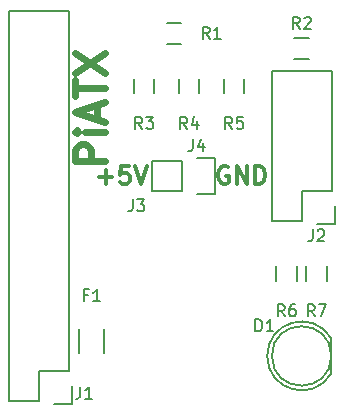
<source format=gbr>
G04 #@! TF.FileFunction,Legend,Top*
%FSLAX46Y46*%
G04 Gerber Fmt 4.6, Leading zero omitted, Abs format (unit mm)*
G04 Created by KiCad (PCBNEW (after 2015-mar-04 BZR unknown)-product) date 6/29/2016 10:21:50 AM*
%MOMM*%
G01*
G04 APERTURE LIST*
%ADD10C,0.150000*%
%ADD11C,0.625000*%
%ADD12C,0.300000*%
G04 APERTURE END LIST*
D10*
D11*
X8750952Y-13354285D02*
X6250952Y-13354285D01*
X6250952Y-12401904D01*
X6370000Y-12163809D01*
X6489048Y-12044761D01*
X6727143Y-11925713D01*
X7084286Y-11925713D01*
X7322381Y-12044761D01*
X7441429Y-12163809D01*
X7560476Y-12401904D01*
X7560476Y-13354285D01*
X8750952Y-10854285D02*
X7084286Y-10854285D01*
X6250952Y-10854285D02*
X6370000Y-10973333D01*
X6489048Y-10854285D01*
X6370000Y-10735237D01*
X6250952Y-10854285D01*
X6489048Y-10854285D01*
X8036667Y-9782857D02*
X8036667Y-8592380D01*
X8750952Y-10020952D02*
X6250952Y-9187618D01*
X8750952Y-8354285D01*
X6250952Y-7878095D02*
X6250952Y-6449523D01*
X8750952Y-7163809D02*
X6250952Y-7163809D01*
X6250952Y-5854285D02*
X8750952Y-4187618D01*
X6250952Y-4187618D02*
X8750952Y-5854285D01*
D12*
X19177143Y-13855000D02*
X19034286Y-13783571D01*
X18820000Y-13783571D01*
X18605715Y-13855000D01*
X18462857Y-13997857D01*
X18391429Y-14140714D01*
X18320000Y-14426429D01*
X18320000Y-14640714D01*
X18391429Y-14926429D01*
X18462857Y-15069286D01*
X18605715Y-15212143D01*
X18820000Y-15283571D01*
X18962857Y-15283571D01*
X19177143Y-15212143D01*
X19248572Y-15140714D01*
X19248572Y-14640714D01*
X18962857Y-14640714D01*
X19891429Y-15283571D02*
X19891429Y-13783571D01*
X20748572Y-15283571D01*
X20748572Y-13783571D01*
X21462858Y-15283571D02*
X21462858Y-13783571D01*
X21820001Y-13783571D01*
X22034286Y-13855000D01*
X22177144Y-13997857D01*
X22248572Y-14140714D01*
X22320001Y-14426429D01*
X22320001Y-14640714D01*
X22248572Y-14926429D01*
X22177144Y-15069286D01*
X22034286Y-15212143D01*
X21820001Y-15283571D01*
X21462858Y-15283571D01*
X8231429Y-14712143D02*
X9374286Y-14712143D01*
X8802857Y-15283571D02*
X8802857Y-14140714D01*
X10802858Y-13783571D02*
X10088572Y-13783571D01*
X10017143Y-14497857D01*
X10088572Y-14426429D01*
X10231429Y-14355000D01*
X10588572Y-14355000D01*
X10731429Y-14426429D01*
X10802858Y-14497857D01*
X10874286Y-14640714D01*
X10874286Y-14997857D01*
X10802858Y-15140714D01*
X10731429Y-15212143D01*
X10588572Y-15283571D01*
X10231429Y-15283571D01*
X10088572Y-15212143D01*
X10017143Y-15140714D01*
X11302857Y-13783571D02*
X11802857Y-15283571D01*
X12302857Y-13783571D01*
D10*
X27545000Y-22260000D02*
X27545000Y-23460000D01*
X25795000Y-23460000D02*
X25795000Y-22260000D01*
X25005000Y-22260000D02*
X25005000Y-23460000D01*
X23255000Y-23460000D02*
X23255000Y-22260000D01*
X11190000Y-7585000D02*
X11190000Y-6385000D01*
X12940000Y-6385000D02*
X12940000Y-7585000D01*
X18810000Y-7585000D02*
X18810000Y-6385000D01*
X20560000Y-6385000D02*
X20560000Y-7585000D01*
X26000000Y-4685000D02*
X24800000Y-4685000D01*
X24800000Y-2935000D02*
X26000000Y-2935000D01*
X15000000Y-7585000D02*
X15000000Y-6385000D01*
X16750000Y-6385000D02*
X16750000Y-7585000D01*
X635000Y-33655000D02*
X635000Y-635000D01*
X5715000Y-31115000D02*
X5715000Y-635000D01*
X635000Y-635000D02*
X5715000Y-635000D01*
X635000Y-33655000D02*
X3175000Y-33655000D01*
X4445000Y-33935000D02*
X5995000Y-33935000D01*
X3175000Y-33655000D02*
X3175000Y-31115000D01*
X3175000Y-31115000D02*
X5715000Y-31115000D01*
X5995000Y-33935000D02*
X5995000Y-32385000D01*
X22860000Y-18415000D02*
X22860000Y-5715000D01*
X22860000Y-5715000D02*
X27940000Y-5715000D01*
X27940000Y-5715000D02*
X27940000Y-15875000D01*
X22860000Y-18415000D02*
X25400000Y-18415000D01*
X26670000Y-18695000D02*
X28220000Y-18695000D01*
X25400000Y-18415000D02*
X25400000Y-15875000D01*
X25400000Y-15875000D02*
X27940000Y-15875000D01*
X28220000Y-18695000D02*
X28220000Y-17145000D01*
X8695000Y-27575000D02*
X8695000Y-29575000D01*
X6545000Y-29575000D02*
X6545000Y-27575000D01*
X27884888Y-28320096D02*
G75*
G03X27900000Y-31345000I-2484888J-1524904D01*
G01*
X27900000Y-28345000D02*
X27900000Y-31345000D01*
X27917936Y-29845000D02*
G75*
G03X27917936Y-29845000I-2517936J0D01*
G01*
X14005000Y-1665000D02*
X15205000Y-1665000D01*
X15205000Y-3415000D02*
X14005000Y-3415000D01*
X15240000Y-15875000D02*
X12700000Y-15875000D01*
X18060000Y-16155000D02*
X16510000Y-16155000D01*
X15240000Y-15875000D02*
X15240000Y-13335000D01*
X16510000Y-13055000D02*
X18060000Y-13055000D01*
X18060000Y-13055000D02*
X18060000Y-16155000D01*
X15240000Y-13335000D02*
X12700000Y-13335000D01*
X12700000Y-13335000D02*
X12700000Y-15875000D01*
X11096667Y-16597381D02*
X11096667Y-17311667D01*
X11049047Y-17454524D01*
X10953809Y-17549762D01*
X10810952Y-17597381D01*
X10715714Y-17597381D01*
X11477619Y-16597381D02*
X12096667Y-16597381D01*
X11763333Y-16978333D01*
X11906191Y-16978333D01*
X12001429Y-17025952D01*
X12049048Y-17073571D01*
X12096667Y-17168810D01*
X12096667Y-17406905D01*
X12049048Y-17502143D01*
X12001429Y-17549762D01*
X11906191Y-17597381D01*
X11620476Y-17597381D01*
X11525238Y-17549762D01*
X11477619Y-17502143D01*
X26503334Y-26487381D02*
X26170000Y-26011190D01*
X25931905Y-26487381D02*
X25931905Y-25487381D01*
X26312858Y-25487381D01*
X26408096Y-25535000D01*
X26455715Y-25582619D01*
X26503334Y-25677857D01*
X26503334Y-25820714D01*
X26455715Y-25915952D01*
X26408096Y-25963571D01*
X26312858Y-26011190D01*
X25931905Y-26011190D01*
X26836667Y-25487381D02*
X27503334Y-25487381D01*
X27074762Y-26487381D01*
X23963334Y-26487381D02*
X23630000Y-26011190D01*
X23391905Y-26487381D02*
X23391905Y-25487381D01*
X23772858Y-25487381D01*
X23868096Y-25535000D01*
X23915715Y-25582619D01*
X23963334Y-25677857D01*
X23963334Y-25820714D01*
X23915715Y-25915952D01*
X23868096Y-25963571D01*
X23772858Y-26011190D01*
X23391905Y-26011190D01*
X24820477Y-25487381D02*
X24630000Y-25487381D01*
X24534762Y-25535000D01*
X24487143Y-25582619D01*
X24391905Y-25725476D01*
X24344286Y-25915952D01*
X24344286Y-26296905D01*
X24391905Y-26392143D01*
X24439524Y-26439762D01*
X24534762Y-26487381D01*
X24725239Y-26487381D01*
X24820477Y-26439762D01*
X24868096Y-26392143D01*
X24915715Y-26296905D01*
X24915715Y-26058810D01*
X24868096Y-25963571D01*
X24820477Y-25915952D01*
X24725239Y-25868333D01*
X24534762Y-25868333D01*
X24439524Y-25915952D01*
X24391905Y-25963571D01*
X24344286Y-26058810D01*
X11898334Y-10612381D02*
X11565000Y-10136190D01*
X11326905Y-10612381D02*
X11326905Y-9612381D01*
X11707858Y-9612381D01*
X11803096Y-9660000D01*
X11850715Y-9707619D01*
X11898334Y-9802857D01*
X11898334Y-9945714D01*
X11850715Y-10040952D01*
X11803096Y-10088571D01*
X11707858Y-10136190D01*
X11326905Y-10136190D01*
X12231667Y-9612381D02*
X12850715Y-9612381D01*
X12517381Y-9993333D01*
X12660239Y-9993333D01*
X12755477Y-10040952D01*
X12803096Y-10088571D01*
X12850715Y-10183810D01*
X12850715Y-10421905D01*
X12803096Y-10517143D01*
X12755477Y-10564762D01*
X12660239Y-10612381D01*
X12374524Y-10612381D01*
X12279286Y-10564762D01*
X12231667Y-10517143D01*
X19518334Y-10612381D02*
X19185000Y-10136190D01*
X18946905Y-10612381D02*
X18946905Y-9612381D01*
X19327858Y-9612381D01*
X19423096Y-9660000D01*
X19470715Y-9707619D01*
X19518334Y-9802857D01*
X19518334Y-9945714D01*
X19470715Y-10040952D01*
X19423096Y-10088571D01*
X19327858Y-10136190D01*
X18946905Y-10136190D01*
X20423096Y-9612381D02*
X19946905Y-9612381D01*
X19899286Y-10088571D01*
X19946905Y-10040952D01*
X20042143Y-9993333D01*
X20280239Y-9993333D01*
X20375477Y-10040952D01*
X20423096Y-10088571D01*
X20470715Y-10183810D01*
X20470715Y-10421905D01*
X20423096Y-10517143D01*
X20375477Y-10564762D01*
X20280239Y-10612381D01*
X20042143Y-10612381D01*
X19946905Y-10564762D01*
X19899286Y-10517143D01*
X25233334Y-2162381D02*
X24900000Y-1686190D01*
X24661905Y-2162381D02*
X24661905Y-1162381D01*
X25042858Y-1162381D01*
X25138096Y-1210000D01*
X25185715Y-1257619D01*
X25233334Y-1352857D01*
X25233334Y-1495714D01*
X25185715Y-1590952D01*
X25138096Y-1638571D01*
X25042858Y-1686190D01*
X24661905Y-1686190D01*
X25614286Y-1257619D02*
X25661905Y-1210000D01*
X25757143Y-1162381D01*
X25995239Y-1162381D01*
X26090477Y-1210000D01*
X26138096Y-1257619D01*
X26185715Y-1352857D01*
X26185715Y-1448095D01*
X26138096Y-1590952D01*
X25566667Y-2162381D01*
X26185715Y-2162381D01*
X15708334Y-10612381D02*
X15375000Y-10136190D01*
X15136905Y-10612381D02*
X15136905Y-9612381D01*
X15517858Y-9612381D01*
X15613096Y-9660000D01*
X15660715Y-9707619D01*
X15708334Y-9802857D01*
X15708334Y-9945714D01*
X15660715Y-10040952D01*
X15613096Y-10088571D01*
X15517858Y-10136190D01*
X15136905Y-10136190D01*
X16565477Y-9945714D02*
X16565477Y-10612381D01*
X16327381Y-9564762D02*
X16089286Y-10279048D01*
X16708334Y-10279048D01*
X6651667Y-32472381D02*
X6651667Y-33186667D01*
X6604047Y-33329524D01*
X6508809Y-33424762D01*
X6365952Y-33472381D01*
X6270714Y-33472381D01*
X7651667Y-33472381D02*
X7080238Y-33472381D01*
X7365952Y-33472381D02*
X7365952Y-32472381D01*
X7270714Y-32615238D01*
X7175476Y-32710476D01*
X7080238Y-32758095D01*
X26336667Y-19137381D02*
X26336667Y-19851667D01*
X26289047Y-19994524D01*
X26193809Y-20089762D01*
X26050952Y-20137381D01*
X25955714Y-20137381D01*
X26765238Y-19232619D02*
X26812857Y-19185000D01*
X26908095Y-19137381D01*
X27146191Y-19137381D01*
X27241429Y-19185000D01*
X27289048Y-19232619D01*
X27336667Y-19327857D01*
X27336667Y-19423095D01*
X27289048Y-19565952D01*
X26717619Y-20137381D01*
X27336667Y-20137381D01*
X7286667Y-24693571D02*
X6953333Y-24693571D01*
X6953333Y-25217381D02*
X6953333Y-24217381D01*
X7429524Y-24217381D01*
X8334286Y-25217381D02*
X7762857Y-25217381D01*
X8048571Y-25217381D02*
X8048571Y-24217381D01*
X7953333Y-24360238D01*
X7858095Y-24455476D01*
X7762857Y-24503095D01*
X21486905Y-27757381D02*
X21486905Y-26757381D01*
X21725000Y-26757381D01*
X21867858Y-26805000D01*
X21963096Y-26900238D01*
X22010715Y-26995476D01*
X22058334Y-27185952D01*
X22058334Y-27328810D01*
X22010715Y-27519286D01*
X21963096Y-27614524D01*
X21867858Y-27709762D01*
X21725000Y-27757381D01*
X21486905Y-27757381D01*
X23010715Y-27757381D02*
X22439286Y-27757381D01*
X22725000Y-27757381D02*
X22725000Y-26757381D01*
X22629762Y-26900238D01*
X22534524Y-26995476D01*
X22439286Y-27043095D01*
X17613334Y-2992381D02*
X17280000Y-2516190D01*
X17041905Y-2992381D02*
X17041905Y-1992381D01*
X17422858Y-1992381D01*
X17518096Y-2040000D01*
X17565715Y-2087619D01*
X17613334Y-2182857D01*
X17613334Y-2325714D01*
X17565715Y-2420952D01*
X17518096Y-2468571D01*
X17422858Y-2516190D01*
X17041905Y-2516190D01*
X18565715Y-2992381D02*
X17994286Y-2992381D01*
X18280000Y-2992381D02*
X18280000Y-1992381D01*
X18184762Y-2135238D01*
X18089524Y-2230476D01*
X17994286Y-2278095D01*
X16176667Y-11517381D02*
X16176667Y-12231667D01*
X16129047Y-12374524D01*
X16033809Y-12469762D01*
X15890952Y-12517381D01*
X15795714Y-12517381D01*
X17081429Y-11850714D02*
X17081429Y-12517381D01*
X16843333Y-11469762D02*
X16605238Y-12184048D01*
X17224286Y-12184048D01*
M02*

</source>
